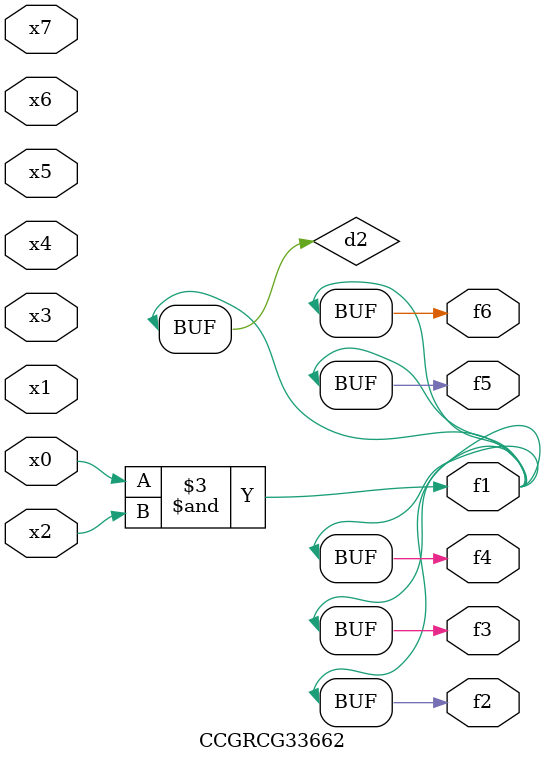
<source format=v>
module CCGRCG33662(
	input x0, x1, x2, x3, x4, x5, x6, x7,
	output f1, f2, f3, f4, f5, f6
);

	wire d1, d2;

	nor (d1, x3, x6);
	and (d2, x0, x2);
	assign f1 = d2;
	assign f2 = d2;
	assign f3 = d2;
	assign f4 = d2;
	assign f5 = d2;
	assign f6 = d2;
endmodule

</source>
